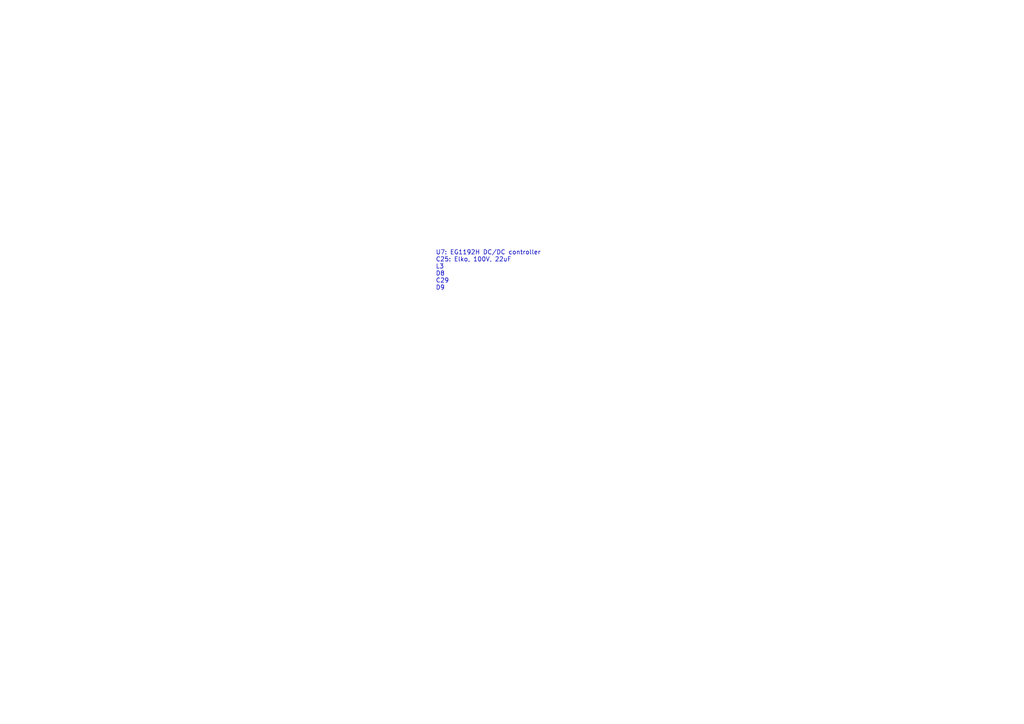
<source format=kicad_sch>
(kicad_sch (version 20211123) (generator eeschema)
  (paper "A4")
  (lib_symbols)
  (text "U7: EG1192H DC/DC controller\nC25: Elko, 100V, 22uF\nL3\nD8\nC29\nD9\n\n" (at 126.365 86.36 0) (effects (font (size 1.27 1.27)) (justify left bottom)))
)
</source>
